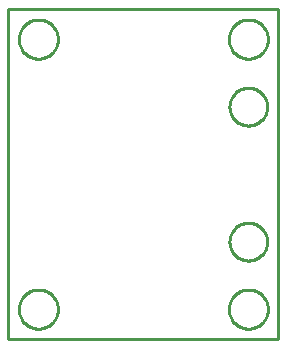
<source format=gbr>
G04 EAGLE Gerber RS-274X export*
G75*
%MOMM*%
%FSLAX34Y34*%
%LPD*%
%IN*%
%IPPOS*%
%AMOC8*
5,1,8,0,0,1.08239X$1,22.5*%
G01*
%ADD10C,0.254000*%


D10*
X0Y0D02*
X228600Y0D01*
X228600Y279400D01*
X0Y279400D01*
X0Y0D01*
X203724Y98550D02*
X204769Y98482D01*
X205808Y98345D01*
X206835Y98140D01*
X207847Y97869D01*
X208839Y97533D01*
X209807Y97132D01*
X210746Y96668D01*
X211654Y96145D01*
X212525Y95563D01*
X213356Y94925D01*
X214143Y94234D01*
X214884Y93493D01*
X215575Y92706D01*
X216213Y91875D01*
X216795Y91004D01*
X217318Y90096D01*
X217782Y89157D01*
X218183Y88189D01*
X218519Y87197D01*
X218790Y86185D01*
X218995Y85158D01*
X219132Y84119D01*
X219200Y83074D01*
X219200Y82026D01*
X219132Y80981D01*
X218995Y79942D01*
X218790Y78915D01*
X218519Y77903D01*
X218183Y76911D01*
X217782Y75943D01*
X217318Y75004D01*
X216795Y74096D01*
X216213Y73225D01*
X215575Y72394D01*
X214884Y71607D01*
X214143Y70866D01*
X213356Y70175D01*
X212525Y69538D01*
X211654Y68956D01*
X210746Y68432D01*
X209807Y67968D01*
X208839Y67567D01*
X207847Y67231D01*
X206835Y66960D01*
X205808Y66755D01*
X204769Y66619D01*
X203724Y66550D01*
X202676Y66550D01*
X201631Y66619D01*
X200592Y66755D01*
X199565Y66960D01*
X198553Y67231D01*
X197561Y67567D01*
X196593Y67968D01*
X195654Y68432D01*
X194746Y68956D01*
X193875Y69538D01*
X193044Y70175D01*
X192257Y70866D01*
X191516Y71607D01*
X190825Y72394D01*
X190188Y73225D01*
X189606Y74096D01*
X189082Y75004D01*
X188618Y75943D01*
X188217Y76911D01*
X187881Y77903D01*
X187610Y78915D01*
X187405Y79942D01*
X187269Y80981D01*
X187200Y82026D01*
X187200Y83074D01*
X187269Y84119D01*
X187405Y85158D01*
X187610Y86185D01*
X187881Y87197D01*
X188217Y88189D01*
X188618Y89157D01*
X189082Y90096D01*
X189606Y91004D01*
X190188Y91875D01*
X190825Y92706D01*
X191516Y93493D01*
X192257Y94234D01*
X193044Y94925D01*
X193875Y95563D01*
X194746Y96145D01*
X195654Y96668D01*
X196593Y97132D01*
X197561Y97533D01*
X198553Y97869D01*
X199565Y98140D01*
X200592Y98345D01*
X201631Y98482D01*
X202676Y98550D01*
X203724Y98550D01*
X203724Y212850D02*
X204769Y212782D01*
X205808Y212645D01*
X206835Y212440D01*
X207847Y212169D01*
X208839Y211833D01*
X209807Y211432D01*
X210746Y210968D01*
X211654Y210445D01*
X212525Y209863D01*
X213356Y209225D01*
X214143Y208534D01*
X214884Y207793D01*
X215575Y207006D01*
X216213Y206175D01*
X216795Y205304D01*
X217318Y204396D01*
X217782Y203457D01*
X218183Y202489D01*
X218519Y201497D01*
X218790Y200485D01*
X218995Y199458D01*
X219132Y198419D01*
X219200Y197374D01*
X219200Y196326D01*
X219132Y195281D01*
X218995Y194242D01*
X218790Y193215D01*
X218519Y192203D01*
X218183Y191211D01*
X217782Y190243D01*
X217318Y189304D01*
X216795Y188396D01*
X216213Y187525D01*
X215575Y186694D01*
X214884Y185907D01*
X214143Y185166D01*
X213356Y184475D01*
X212525Y183838D01*
X211654Y183256D01*
X210746Y182732D01*
X209807Y182268D01*
X208839Y181867D01*
X207847Y181531D01*
X206835Y181260D01*
X205808Y181055D01*
X204769Y180919D01*
X203724Y180850D01*
X202676Y180850D01*
X201631Y180919D01*
X200592Y181055D01*
X199565Y181260D01*
X198553Y181531D01*
X197561Y181867D01*
X196593Y182268D01*
X195654Y182732D01*
X194746Y183256D01*
X193875Y183838D01*
X193044Y184475D01*
X192257Y185166D01*
X191516Y185907D01*
X190825Y186694D01*
X190188Y187525D01*
X189606Y188396D01*
X189082Y189304D01*
X188618Y190243D01*
X188217Y191211D01*
X187881Y192203D01*
X187610Y193215D01*
X187405Y194242D01*
X187269Y195281D01*
X187200Y196326D01*
X187200Y197374D01*
X187269Y198419D01*
X187405Y199458D01*
X187610Y200485D01*
X187881Y201497D01*
X188217Y202489D01*
X188618Y203457D01*
X189082Y204396D01*
X189606Y205304D01*
X190188Y206175D01*
X190825Y207006D01*
X191516Y207793D01*
X192257Y208534D01*
X193044Y209225D01*
X193875Y209863D01*
X194746Y210445D01*
X195654Y210968D01*
X196593Y211432D01*
X197561Y211833D01*
X198553Y212169D01*
X199565Y212440D01*
X200592Y212645D01*
X201631Y212782D01*
X202676Y212850D01*
X203724Y212850D01*
X41910Y253460D02*
X41839Y252381D01*
X41698Y251309D01*
X41487Y250249D01*
X41208Y249205D01*
X40860Y248181D01*
X40446Y247183D01*
X39968Y246213D01*
X39428Y245277D01*
X38827Y244378D01*
X38169Y243521D01*
X37457Y242708D01*
X36692Y241944D01*
X35879Y241231D01*
X35022Y240573D01*
X34123Y239972D01*
X33187Y239432D01*
X32217Y238954D01*
X31219Y238540D01*
X30195Y238192D01*
X29151Y237913D01*
X28091Y237702D01*
X27019Y237561D01*
X25940Y237490D01*
X24860Y237490D01*
X23781Y237561D01*
X22709Y237702D01*
X21649Y237913D01*
X20605Y238192D01*
X19581Y238540D01*
X18583Y238954D01*
X17613Y239432D01*
X16677Y239972D01*
X15778Y240573D01*
X14921Y241231D01*
X14108Y241944D01*
X13344Y242708D01*
X12631Y243521D01*
X11973Y244378D01*
X11372Y245277D01*
X10832Y246213D01*
X10354Y247183D01*
X9940Y248181D01*
X9592Y249205D01*
X9313Y250249D01*
X9102Y251309D01*
X8961Y252381D01*
X8890Y253460D01*
X8890Y254540D01*
X8961Y255619D01*
X9102Y256691D01*
X9313Y257751D01*
X9592Y258795D01*
X9940Y259819D01*
X10354Y260817D01*
X10832Y261787D01*
X11372Y262723D01*
X11973Y263622D01*
X12631Y264479D01*
X13344Y265292D01*
X14108Y266057D01*
X14921Y266769D01*
X15778Y267427D01*
X16677Y268028D01*
X17613Y268568D01*
X18583Y269046D01*
X19581Y269460D01*
X20605Y269808D01*
X21649Y270087D01*
X22709Y270298D01*
X23781Y270439D01*
X24860Y270510D01*
X25940Y270510D01*
X27019Y270439D01*
X28091Y270298D01*
X29151Y270087D01*
X30195Y269808D01*
X31219Y269460D01*
X32217Y269046D01*
X33187Y268568D01*
X34123Y268028D01*
X35022Y267427D01*
X35879Y266769D01*
X36692Y266057D01*
X37457Y265292D01*
X38169Y264479D01*
X38827Y263622D01*
X39428Y262723D01*
X39968Y261787D01*
X40446Y260817D01*
X40860Y259819D01*
X41208Y258795D01*
X41487Y257751D01*
X41698Y256691D01*
X41839Y255619D01*
X41910Y254540D01*
X41910Y253460D01*
X41910Y24860D02*
X41839Y23781D01*
X41698Y22709D01*
X41487Y21649D01*
X41208Y20605D01*
X40860Y19581D01*
X40446Y18583D01*
X39968Y17613D01*
X39428Y16677D01*
X38827Y15778D01*
X38169Y14921D01*
X37457Y14108D01*
X36692Y13344D01*
X35879Y12631D01*
X35022Y11973D01*
X34123Y11372D01*
X33187Y10832D01*
X32217Y10354D01*
X31219Y9940D01*
X30195Y9592D01*
X29151Y9313D01*
X28091Y9102D01*
X27019Y8961D01*
X25940Y8890D01*
X24860Y8890D01*
X23781Y8961D01*
X22709Y9102D01*
X21649Y9313D01*
X20605Y9592D01*
X19581Y9940D01*
X18583Y10354D01*
X17613Y10832D01*
X16677Y11372D01*
X15778Y11973D01*
X14921Y12631D01*
X14108Y13344D01*
X13344Y14108D01*
X12631Y14921D01*
X11973Y15778D01*
X11372Y16677D01*
X10832Y17613D01*
X10354Y18583D01*
X9940Y19581D01*
X9592Y20605D01*
X9313Y21649D01*
X9102Y22709D01*
X8961Y23781D01*
X8890Y24860D01*
X8890Y25940D01*
X8961Y27019D01*
X9102Y28091D01*
X9313Y29151D01*
X9592Y30195D01*
X9940Y31219D01*
X10354Y32217D01*
X10832Y33187D01*
X11372Y34123D01*
X11973Y35022D01*
X12631Y35879D01*
X13344Y36692D01*
X14108Y37457D01*
X14921Y38169D01*
X15778Y38827D01*
X16677Y39428D01*
X17613Y39968D01*
X18583Y40446D01*
X19581Y40860D01*
X20605Y41208D01*
X21649Y41487D01*
X22709Y41698D01*
X23781Y41839D01*
X24860Y41910D01*
X25940Y41910D01*
X27019Y41839D01*
X28091Y41698D01*
X29151Y41487D01*
X30195Y41208D01*
X31219Y40860D01*
X32217Y40446D01*
X33187Y39968D01*
X34123Y39428D01*
X35022Y38827D01*
X35879Y38169D01*
X36692Y37457D01*
X37457Y36692D01*
X38169Y35879D01*
X38827Y35022D01*
X39428Y34123D01*
X39968Y33187D01*
X40446Y32217D01*
X40860Y31219D01*
X41208Y30195D01*
X41487Y29151D01*
X41698Y28091D01*
X41839Y27019D01*
X41910Y25940D01*
X41910Y24860D01*
X219710Y253460D02*
X219639Y252381D01*
X219498Y251309D01*
X219287Y250249D01*
X219008Y249205D01*
X218660Y248181D01*
X218246Y247183D01*
X217768Y246213D01*
X217228Y245277D01*
X216627Y244378D01*
X215969Y243521D01*
X215257Y242708D01*
X214492Y241944D01*
X213679Y241231D01*
X212822Y240573D01*
X211923Y239972D01*
X210987Y239432D01*
X210017Y238954D01*
X209019Y238540D01*
X207995Y238192D01*
X206951Y237913D01*
X205891Y237702D01*
X204819Y237561D01*
X203740Y237490D01*
X202660Y237490D01*
X201581Y237561D01*
X200509Y237702D01*
X199449Y237913D01*
X198405Y238192D01*
X197381Y238540D01*
X196383Y238954D01*
X195413Y239432D01*
X194477Y239972D01*
X193578Y240573D01*
X192721Y241231D01*
X191908Y241944D01*
X191144Y242708D01*
X190431Y243521D01*
X189773Y244378D01*
X189172Y245277D01*
X188632Y246213D01*
X188154Y247183D01*
X187740Y248181D01*
X187392Y249205D01*
X187113Y250249D01*
X186902Y251309D01*
X186761Y252381D01*
X186690Y253460D01*
X186690Y254540D01*
X186761Y255619D01*
X186902Y256691D01*
X187113Y257751D01*
X187392Y258795D01*
X187740Y259819D01*
X188154Y260817D01*
X188632Y261787D01*
X189172Y262723D01*
X189773Y263622D01*
X190431Y264479D01*
X191144Y265292D01*
X191908Y266057D01*
X192721Y266769D01*
X193578Y267427D01*
X194477Y268028D01*
X195413Y268568D01*
X196383Y269046D01*
X197381Y269460D01*
X198405Y269808D01*
X199449Y270087D01*
X200509Y270298D01*
X201581Y270439D01*
X202660Y270510D01*
X203740Y270510D01*
X204819Y270439D01*
X205891Y270298D01*
X206951Y270087D01*
X207995Y269808D01*
X209019Y269460D01*
X210017Y269046D01*
X210987Y268568D01*
X211923Y268028D01*
X212822Y267427D01*
X213679Y266769D01*
X214492Y266057D01*
X215257Y265292D01*
X215969Y264479D01*
X216627Y263622D01*
X217228Y262723D01*
X217768Y261787D01*
X218246Y260817D01*
X218660Y259819D01*
X219008Y258795D01*
X219287Y257751D01*
X219498Y256691D01*
X219639Y255619D01*
X219710Y254540D01*
X219710Y253460D01*
X219710Y24860D02*
X219639Y23781D01*
X219498Y22709D01*
X219287Y21649D01*
X219008Y20605D01*
X218660Y19581D01*
X218246Y18583D01*
X217768Y17613D01*
X217228Y16677D01*
X216627Y15778D01*
X215969Y14921D01*
X215257Y14108D01*
X214492Y13344D01*
X213679Y12631D01*
X212822Y11973D01*
X211923Y11372D01*
X210987Y10832D01*
X210017Y10354D01*
X209019Y9940D01*
X207995Y9592D01*
X206951Y9313D01*
X205891Y9102D01*
X204819Y8961D01*
X203740Y8890D01*
X202660Y8890D01*
X201581Y8961D01*
X200509Y9102D01*
X199449Y9313D01*
X198405Y9592D01*
X197381Y9940D01*
X196383Y10354D01*
X195413Y10832D01*
X194477Y11372D01*
X193578Y11973D01*
X192721Y12631D01*
X191908Y13344D01*
X191144Y14108D01*
X190431Y14921D01*
X189773Y15778D01*
X189172Y16677D01*
X188632Y17613D01*
X188154Y18583D01*
X187740Y19581D01*
X187392Y20605D01*
X187113Y21649D01*
X186902Y22709D01*
X186761Y23781D01*
X186690Y24860D01*
X186690Y25940D01*
X186761Y27019D01*
X186902Y28091D01*
X187113Y29151D01*
X187392Y30195D01*
X187740Y31219D01*
X188154Y32217D01*
X188632Y33187D01*
X189172Y34123D01*
X189773Y35022D01*
X190431Y35879D01*
X191144Y36692D01*
X191908Y37457D01*
X192721Y38169D01*
X193578Y38827D01*
X194477Y39428D01*
X195413Y39968D01*
X196383Y40446D01*
X197381Y40860D01*
X198405Y41208D01*
X199449Y41487D01*
X200509Y41698D01*
X201581Y41839D01*
X202660Y41910D01*
X203740Y41910D01*
X204819Y41839D01*
X205891Y41698D01*
X206951Y41487D01*
X207995Y41208D01*
X209019Y40860D01*
X210017Y40446D01*
X210987Y39968D01*
X211923Y39428D01*
X212822Y38827D01*
X213679Y38169D01*
X214492Y37457D01*
X215257Y36692D01*
X215969Y35879D01*
X216627Y35022D01*
X217228Y34123D01*
X217768Y33187D01*
X218246Y32217D01*
X218660Y31219D01*
X219008Y30195D01*
X219287Y29151D01*
X219498Y28091D01*
X219639Y27019D01*
X219710Y25940D01*
X219710Y24860D01*
M02*

</source>
